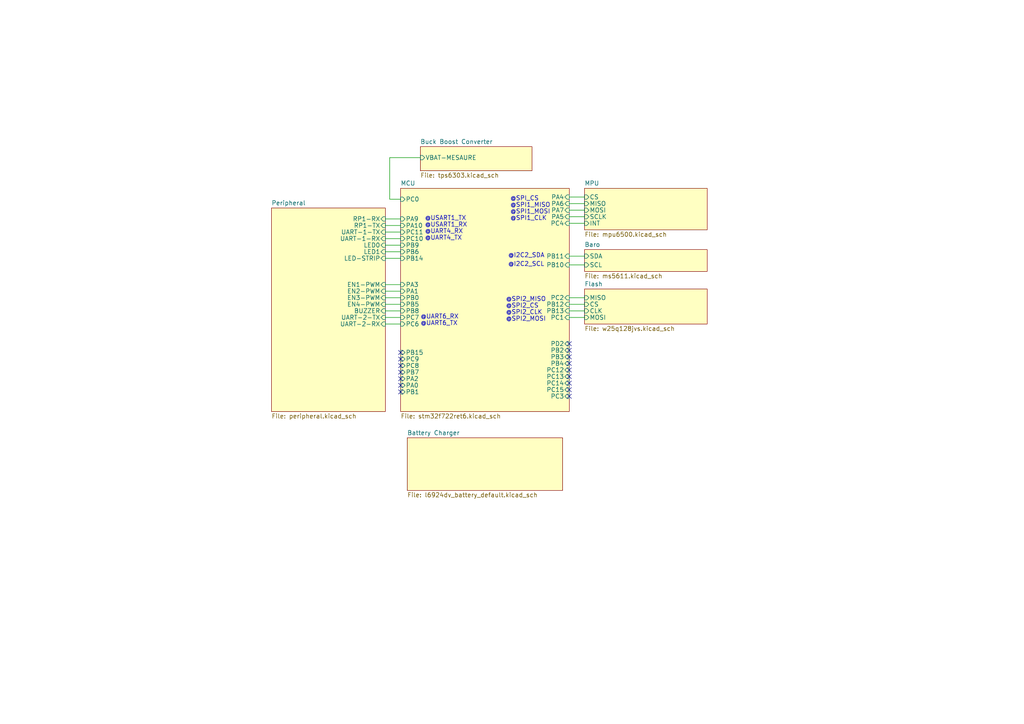
<source format=kicad_sch>
(kicad_sch
	(version 20231120)
	(generator "eeschema")
	(generator_version "8.0")
	(uuid "8477d805-2b12-421d-88d5-bd98c42931ed")
	(paper "A4")
	(title_block
		(title "MicroFlightController")
		(rev "v1.0.0")
		(company "None")
		(comment 1 "Author: Turgay Hopal")
	)
	(lib_symbols)
	(no_connect
		(at 165.1 113.03)
		(uuid "250bceb5-25ee-4e80-80fa-93dfe842947b")
	)
	(no_connect
		(at 116.205 104.14)
		(uuid "2e189ee5-7c1c-4c35-9a32-5b16467f2f2d")
	)
	(no_connect
		(at 165.1 114.935)
		(uuid "3b88b151-af01-461e-9a8f-e4b302ecd1aa")
	)
	(no_connect
		(at 165.1 107.315)
		(uuid "3c79e465-0201-41b2-87a2-be0835c2711b")
	)
	(no_connect
		(at 165.1 111.125)
		(uuid "51e09254-c26a-4e7a-903c-f6f35a250983")
	)
	(no_connect
		(at 116.205 111.76)
		(uuid "5fd2aa8f-f7fd-4b9b-bc76-dcab3092abb3")
	)
	(no_connect
		(at 165.1 109.22)
		(uuid "604d42a3-c06c-4e18-a777-97dabb9787b7")
	)
	(no_connect
		(at 165.1 105.41)
		(uuid "63a63069-b53d-413f-a712-699250924d90")
	)
	(no_connect
		(at 165.1 103.505)
		(uuid "6612105e-653f-4a8a-af6b-0c17e3427832")
	)
	(no_connect
		(at 116.205 107.95)
		(uuid "73c9b943-b3c4-43ef-af1b-f45b9369898a")
	)
	(no_connect
		(at 165.1 101.6)
		(uuid "7ea2e7e3-5d8a-4db0-96a5-bfc4a2c57569")
	)
	(no_connect
		(at 116.205 113.665)
		(uuid "9d7a98df-0483-4f51-b7b9-5e6a8b4e1ed3")
	)
	(no_connect
		(at 116.205 109.855)
		(uuid "a684bb79-bd39-45c4-95c2-b80d7ed6419e")
	)
	(no_connect
		(at 116.205 102.235)
		(uuid "cbd4d001-f2f9-4fe0-9acb-1d144f0747d2")
	)
	(no_connect
		(at 116.205 106.045)
		(uuid "d8a34894-31c9-447f-a7b0-20fdee36b7e8")
	)
	(no_connect
		(at 165.1 99.695)
		(uuid "d948ec50-8da7-47aa-b96e-071cc31cd0a3")
	)
	(wire
		(pts
			(xy 121.92 45.72) (xy 113.03 45.72)
		)
		(stroke
			(width 0)
			(type default)
		)
		(uuid "070c408b-1182-4f2d-9ab3-a16054f57cdb")
	)
	(wire
		(pts
			(xy 165.1 74.295) (xy 169.545 74.295)
		)
		(stroke
			(width 0)
			(type default)
		)
		(uuid "08fd9707-1e40-43c8-95d3-00e23139804c")
	)
	(wire
		(pts
			(xy 111.76 93.98) (xy 116.205 93.98)
		)
		(stroke
			(width 0)
			(type default)
		)
		(uuid "09bace28-6302-4188-bf66-9cdb67497244")
	)
	(wire
		(pts
			(xy 165.1 86.36) (xy 169.545 86.36)
		)
		(stroke
			(width 0)
			(type default)
		)
		(uuid "1d946032-56a6-4df1-ba51-aca9eec873bc")
	)
	(wire
		(pts
			(xy 111.76 84.455) (xy 116.205 84.455)
		)
		(stroke
			(width 0)
			(type default)
		)
		(uuid "20321365-ac2a-4ed5-81ba-382af1d44392")
	)
	(wire
		(pts
			(xy 165.1 64.77) (xy 169.545 64.77)
		)
		(stroke
			(width 0)
			(type default)
		)
		(uuid "24d6f2a7-5c3e-4701-8d1c-2b8e999c6b52")
	)
	(wire
		(pts
			(xy 165.1 59.055) (xy 169.545 59.055)
		)
		(stroke
			(width 0)
			(type default)
		)
		(uuid "283152d2-e65a-44d9-b0f1-e3600c238ac6")
	)
	(wire
		(pts
			(xy 111.76 65.405) (xy 116.205 65.405)
		)
		(stroke
			(width 0)
			(type default)
		)
		(uuid "3bef1cf9-3af4-40b7-92a6-568372429e89")
	)
	(wire
		(pts
			(xy 165.1 90.17) (xy 169.545 90.17)
		)
		(stroke
			(width 0)
			(type default)
		)
		(uuid "59edc73a-6141-4741-b631-95c30381199b")
	)
	(wire
		(pts
			(xy 165.1 92.075) (xy 169.545 92.075)
		)
		(stroke
			(width 0)
			(type default)
		)
		(uuid "6563ce75-c701-43a0-b486-1ceec36f7a9f")
	)
	(wire
		(pts
			(xy 111.76 69.215) (xy 116.205 69.215)
		)
		(stroke
			(width 0)
			(type default)
		)
		(uuid "6a7b59c9-fd3f-4cc6-8146-149726463579")
	)
	(wire
		(pts
			(xy 165.1 62.865) (xy 169.545 62.865)
		)
		(stroke
			(width 0)
			(type default)
		)
		(uuid "6ebfc190-9f13-43d2-86a8-f8a1762a5f42")
	)
	(wire
		(pts
			(xy 111.76 67.31) (xy 116.205 67.31)
		)
		(stroke
			(width 0)
			(type default)
		)
		(uuid "777f8668-ed8d-40b6-99d6-45c87b7c90ed")
	)
	(wire
		(pts
			(xy 113.03 57.785) (xy 116.205 57.785)
		)
		(stroke
			(width 0)
			(type default)
		)
		(uuid "78a3fab2-ae5f-4884-a36a-746c7ce379c9")
	)
	(wire
		(pts
			(xy 165.1 76.835) (xy 169.545 76.835)
		)
		(stroke
			(width 0)
			(type default)
		)
		(uuid "7e7a741f-3471-4bb5-9644-4f670ee7d3bd")
	)
	(wire
		(pts
			(xy 111.76 88.265) (xy 116.205 88.265)
		)
		(stroke
			(width 0)
			(type default)
		)
		(uuid "9156af52-b78a-4edd-98e9-ec0fd5a0b64c")
	)
	(wire
		(pts
			(xy 165.1 88.265) (xy 169.545 88.265)
		)
		(stroke
			(width 0)
			(type default)
		)
		(uuid "99692e02-7899-4bf1-99ca-d5ed6f93c50c")
	)
	(wire
		(pts
			(xy 111.76 82.55) (xy 116.205 82.55)
		)
		(stroke
			(width 0)
			(type default)
		)
		(uuid "b249ce2a-0172-412e-9147-413a0c4ef866")
	)
	(wire
		(pts
			(xy 113.03 45.72) (xy 113.03 57.785)
		)
		(stroke
			(width 0)
			(type default)
		)
		(uuid "c017220c-4c50-43d1-929b-8fb4ceaa6fe9")
	)
	(wire
		(pts
			(xy 111.76 73.025) (xy 116.205 73.025)
		)
		(stroke
			(width 0)
			(type default)
		)
		(uuid "c3d1701c-d301-47b4-873c-76bda555416a")
	)
	(wire
		(pts
			(xy 111.76 74.93) (xy 116.205 74.93)
		)
		(stroke
			(width 0)
			(type default)
		)
		(uuid "c3fda334-dc53-4274-9976-cae1842f8fc1")
	)
	(wire
		(pts
			(xy 165.1 57.15) (xy 169.545 57.15)
		)
		(stroke
			(width 0)
			(type default)
		)
		(uuid "cf369072-4119-40b9-973d-12261044138e")
	)
	(wire
		(pts
			(xy 111.76 92.075) (xy 116.205 92.075)
		)
		(stroke
			(width 0)
			(type default)
		)
		(uuid "d2d1d765-3d03-4a29-9fb0-dfc526d22665")
	)
	(wire
		(pts
			(xy 111.76 71.12) (xy 116.205 71.12)
		)
		(stroke
			(width 0)
			(type default)
		)
		(uuid "db227f63-ed3d-48d5-9fa1-cbdf736d899d")
	)
	(wire
		(pts
			(xy 111.76 90.17) (xy 116.205 90.17)
		)
		(stroke
			(width 0)
			(type default)
		)
		(uuid "e14e634f-8919-4f6f-b5f1-f9f5abba1e37")
	)
	(wire
		(pts
			(xy 111.76 86.36) (xy 116.205 86.36)
		)
		(stroke
			(width 0)
			(type default)
		)
		(uuid "e6431336-f2a4-4c95-be8c-ad640c32d2bb")
	)
	(wire
		(pts
			(xy 111.76 63.5) (xy 116.205 63.5)
		)
		(stroke
			(width 0)
			(type default)
		)
		(uuid "eb322a0b-bc94-4deb-a41f-1751b14e2dd3")
	)
	(wire
		(pts
			(xy 165.1 60.96) (xy 169.545 60.96)
		)
		(stroke
			(width 0)
			(type default)
		)
		(uuid "f3ff33af-e57f-48db-88de-6c8a28f5acc0")
	)
	(text "@UART4_RX"
		(exclude_from_sim no)
		(at 123.19 67.945 0)
		(effects
			(font
				(size 1.27 1.27)
			)
			(justify left bottom)
		)
		(uuid "142b0c6d-6a51-407a-ab58-d6a5de2b0cbd")
	)
	(text "@SPI2_MISO"
		(exclude_from_sim no)
		(at 146.685 87.63 0)
		(effects
			(font
				(size 1.27 1.27)
			)
			(justify left bottom)
		)
		(uuid "44410ce5-b424-46aa-93c0-9ab40fb6e86d")
	)
	(text "@I2C2_SDA"
		(exclude_from_sim no)
		(at 147.32 74.93 0)
		(effects
			(font
				(size 1.27 1.27)
			)
			(justify left bottom)
		)
		(uuid "4ebfb988-3cbb-4225-b6df-02f7317f0c3a")
	)
	(text "@SPI1_MOSI"
		(exclude_from_sim no)
		(at 147.955 62.23 0)
		(effects
			(font
				(size 1.27 1.27)
			)
			(justify left bottom)
		)
		(uuid "510db0b1-bca7-4f2e-a70f-2894db805614")
	)
	(text "@UART6_RX"
		(exclude_from_sim no)
		(at 121.92 92.71 0)
		(effects
			(font
				(size 1.27 1.27)
			)
			(justify left bottom)
		)
		(uuid "591c78a6-856a-4718-b1bd-1d20c7abdb24")
	)
	(text "@SPI_CS"
		(exclude_from_sim no)
		(at 147.955 58.42 0)
		(effects
			(font
				(size 1.27 1.27)
			)
			(justify left bottom)
		)
		(uuid "5d30fc4f-4179-4339-acc0-8941cca308e9")
	)
	(text "@I2C2_SCL"
		(exclude_from_sim no)
		(at 147.32 77.47 0)
		(effects
			(font
				(size 1.27 1.27)
			)
			(justify left bottom)
		)
		(uuid "60f079cd-4e09-4e5d-909a-c0887ae6c0ec")
	)
	(text "@UART4_TX"
		(exclude_from_sim no)
		(at 123.19 69.85 0)
		(effects
			(font
				(size 1.27 1.27)
			)
			(justify left bottom)
		)
		(uuid "748ef0ca-4626-4fea-b0ba-c4cdbacdaf8b")
	)
	(text "@SPI2_CS\n"
		(exclude_from_sim no)
		(at 146.685 89.535 0)
		(effects
			(font
				(size 1.27 1.27)
			)
			(justify left bottom)
		)
		(uuid "907b9de2-5012-4d92-b965-07a75b186712")
	)
	(text "@USART1_RX"
		(exclude_from_sim no)
		(at 123.19 66.04 0)
		(effects
			(font
				(size 1.27 1.27)
			)
			(justify left bottom)
		)
		(uuid "914d6093-4036-4e5e-a361-4c13ea04b0d4")
	)
	(text "@USART1_TX"
		(exclude_from_sim no)
		(at 123.19 64.135 0)
		(effects
			(font
				(size 1.27 1.27)
			)
			(justify left bottom)
		)
		(uuid "9845a3f4-60ee-4fd9-90aa-36ee6e355c5c")
	)
	(text "@SPI2_MOSI"
		(exclude_from_sim no)
		(at 146.685 93.345 0)
		(effects
			(font
				(size 1.27 1.27)
			)
			(justify left bottom)
		)
		(uuid "a7cbacaf-0ea2-47a5-8d22-d3848871f999")
	)
	(text "@UART6_TX"
		(exclude_from_sim no)
		(at 121.92 94.615 0)
		(effects
			(font
				(size 1.27 1.27)
			)
			(justify left bottom)
		)
		(uuid "a8371d79-fd7e-4ef9-9a86-63948af11ea6")
	)
	(text "@SPI1_CLK\n"
		(exclude_from_sim no)
		(at 147.955 64.135 0)
		(effects
			(font
				(size 1.27 1.27)
			)
			(justify left bottom)
		)
		(uuid "aff32045-4659-4e1d-888b-3ba1c6844179")
	)
	(text "@SPI2_CLK"
		(exclude_from_sim no)
		(at 146.685 91.44 0)
		(effects
			(font
				(size 1.27 1.27)
			)
			(justify left bottom)
		)
		(uuid "d8b14799-17ea-41a1-bc24-88e5f0b24bc2")
	)
	(text "@SPI1_MISO"
		(exclude_from_sim no)
		(at 147.955 60.325 0)
		(effects
			(font
				(size 1.27 1.27)
			)
			(justify left bottom)
		)
		(uuid "dcf7fdb8-7e8d-4c89-b563-95c7606d857b")
	)
	(sheet
		(at 169.545 72.39)
		(size 35.56 6.35)
		(fields_autoplaced yes)
		(stroke
			(width 0.1524)
			(type solid)
		)
		(fill
			(color 255 255 194 1.0000)
		)
		(uuid "472815bc-2eb8-4298-824c-ef0311f2e1b1")
		(property "Sheetname" "Baro"
			(at 169.545 71.6784 0)
			(effects
				(font
					(size 1.27 1.27)
				)
				(justify left bottom)
			)
		)
		(property "Sheetfile" "ms5611.kicad_sch"
			(at 169.545 79.3246 0)
			(effects
				(font
					(size 1.27 1.27)
				)
				(justify left top)
			)
		)
		(pin "SDA" input
			(at 169.545 74.295 180)
			(effects
				(font
					(size 1.27 1.27)
				)
				(justify left)
			)
			(uuid "94eb54d0-7abb-4fdd-8bba-d0bbc45b46a8")
		)
		(pin "SCL" input
			(at 169.545 76.835 180)
			(effects
				(font
					(size 1.27 1.27)
				)
				(justify left)
			)
			(uuid "f471694f-1098-42ae-b3f5-79aaa414253a")
		)
		(instances
			(project "MicroFlightController-v2"
				(path "/8477d805-2b12-421d-88d5-bd98c42931ed"
					(page "4")
				)
			)
		)
	)
	(sheet
		(at 118.11 127)
		(size 45.085 15.24)
		(fields_autoplaced yes)
		(stroke
			(width 0.1524)
			(type solid)
		)
		(fill
			(color 255 255 194 1.0000)
		)
		(uuid "65da59a4-8d87-422b-9ca6-920051dae68c")
		(property "Sheetname" "Battery Charger"
			(at 118.11 126.2884 0)
			(effects
				(font
					(size 1.27 1.27)
				)
				(justify left bottom)
			)
		)
		(property "Sheetfile" "l6924dv_battery_default.kicad_sch"
			(at 118.11 142.8246 0)
			(effects
				(font
					(size 1.27 1.27)
				)
				(justify left top)
			)
		)
		(instances
			(project "MicroFlightController-v2"
				(path "/8477d805-2b12-421d-88d5-bd98c42931ed"
					(page "7")
				)
			)
		)
	)
	(sheet
		(at 78.74 60.325)
		(size 33.02 59.055)
		(fields_autoplaced yes)
		(stroke
			(width 0.1524)
			(type solid)
		)
		(fill
			(color 255 255 194 1.0000)
		)
		(uuid "722e7ad1-1fbc-4025-847a-a09dad5598dd")
		(property "Sheetname" "Peripheral"
			(at 78.74 59.6134 0)
			(effects
				(font
					(size 1.27 1.27)
				)
				(justify left bottom)
			)
		)
		(property "Sheetfile" "peripheral.kicad_sch"
			(at 78.74 119.9646 0)
			(effects
				(font
					(size 1.27 1.27)
				)
				(justify left top)
			)
		)
		(pin "BUZZER" input
			(at 111.76 90.17 0)
			(effects
				(font
					(size 1.27 1.27)
				)
				(justify right)
			)
			(uuid "8e7cacba-3d53-41c0-a082-6486dc9b40fb")
		)
		(pin "LED0" input
			(at 111.76 71.12 0)
			(effects
				(font
					(size 1.27 1.27)
				)
				(justify right)
			)
			(uuid "0c05c6ea-9335-4b22-bed8-48543ecd521d")
		)
		(pin "LED1" input
			(at 111.76 73.025 0)
			(effects
				(font
					(size 1.27 1.27)
				)
				(justify right)
			)
			(uuid "ea4ca0f0-431f-4946-917d-78ff3ca9e6c1")
		)
		(pin "EN1-PWM" input
			(at 111.76 82.55 0)
			(effects
				(font
					(size 1.27 1.27)
				)
				(justify right)
			)
			(uuid "78f2ecd4-1dd3-40de-89d6-36565da99bf0")
		)
		(pin "EN2-PWM" input
			(at 111.76 84.455 0)
			(effects
				(font
					(size 1.27 1.27)
				)
				(justify right)
			)
			(uuid "ee3ece8e-466a-4078-ba36-ec79e9174d00")
		)
		(pin "RP1-RX" input
			(at 111.76 63.5 0)
			(effects
				(font
					(size 1.27 1.27)
				)
				(justify right)
			)
			(uuid "640b2c21-7a7c-4295-8ed1-f8fdaebd8b17")
		)
		(pin "RP1-TX" input
			(at 111.76 65.405 0)
			(effects
				(font
					(size 1.27 1.27)
				)
				(justify right)
			)
			(uuid "bc808a09-88b5-4791-8340-e154ec4227ac")
		)
		(pin "EN3-PWM" input
			(at 111.76 86.36 0)
			(effects
				(font
					(size 1.27 1.27)
				)
				(justify right)
			)
			(uuid "236b1dbb-cfd1-4c64-9ab8-55b0574d9cda")
		)
		(pin "EN4-PWM" input
			(at 111.76 88.265 0)
			(effects
				(font
					(size 1.27 1.27)
				)
				(justify right)
			)
			(uuid "f1628074-48da-49aa-838a-45e8610851ab")
		)
		(pin "UART-1-TX" input
			(at 111.76 67.31 0)
			(effects
				(font
					(size 1.27 1.27)
				)
				(justify right)
			)
			(uuid "8fc64fe8-601e-4531-8e5e-bf7c564c030e")
		)
		(pin "UART-1-RX" input
			(at 111.76 69.215 0)
			(effects
				(font
					(size 1.27 1.27)
				)
				(justify right)
			)
			(uuid "79e4ff4d-8eb7-44bf-bf91-776d0920ff4d")
		)
		(pin "UART-2-TX" input
			(at 111.76 92.075 0)
			(effects
				(font
					(size 1.27 1.27)
				)
				(justify right)
			)
			(uuid "d0296133-fdb2-449e-88f4-c10103b91460")
		)
		(pin "UART-2-RX" input
			(at 111.76 93.98 0)
			(effects
				(font
					(size 1.27 1.27)
				)
				(justify right)
			)
			(uuid "b6bcfc0a-99d3-465a-b099-da50233f9b56")
		)
		(pin "LED-STRIP" input
			(at 111.76 74.93 0)
			(effects
				(font
					(size 1.27 1.27)
				)
				(justify right)
			)
			(uuid "9d60503e-b117-4ed8-a6a5-d6cc95cd7046")
		)
		(instances
			(project "MicroFlightController-v2"
				(path "/8477d805-2b12-421d-88d5-bd98c42931ed"
					(page "8")
				)
			)
		)
	)
	(sheet
		(at 116.205 54.61)
		(size 48.895 64.77)
		(fields_autoplaced yes)
		(stroke
			(width 0.1524)
			(type solid)
		)
		(fill
			(color 255 255 194 1.0000)
		)
		(uuid "77bad3e8-b641-4ee2-b38f-e1b79260057f")
		(property "Sheetname" "MCU"
			(at 116.205 53.8984 0)
			(effects
				(font
					(size 1.27 1.27)
				)
				(justify left bottom)
			)
		)
		(property "Sheetfile" "stm32f722ret6.kicad_sch"
			(at 116.205 119.9646 0)
			(effects
				(font
					(size 1.27 1.27)
				)
				(justify left top)
			)
		)
		(pin "PA0" input
			(at 116.205 111.76 180)
			(effects
				(font
					(size 1.27 1.27)
				)
				(justify left)
			)
			(uuid "32a4f4c0-681b-486b-b931-0156b197a057")
		)
		(pin "PB9" input
			(at 116.205 71.12 180)
			(effects
				(font
					(size 1.27 1.27)
				)
				(justify left)
			)
			(uuid "75251aa6-2572-4c45-aa34-bd04ea258f2a")
		)
		(pin "PB7" input
			(at 116.205 107.95 180)
			(effects
				(font
					(size 1.27 1.27)
				)
				(justify left)
			)
			(uuid "dfdee6c1-bd85-41bb-a21a-6dee922adec9")
		)
		(pin "PB8" input
			(at 116.205 90.17 180)
			(effects
				(font
					(size 1.27 1.27)
				)
				(justify left)
			)
			(uuid "20e40282-1dea-4784-87a6-ed0dd0b92d81")
		)
		(pin "PB10" input
			(at 165.1 76.835 0)
			(effects
				(font
					(size 1.27 1.27)
				)
				(justify right)
			)
			(uuid "0d7344b6-78a5-46fc-913a-dca615f00ae0")
		)
		(pin "PB14" input
			(at 116.205 74.93 180)
			(effects
				(font
					(size 1.27 1.27)
				)
				(justify left)
			)
			(uuid "a59b0325-5f52-408a-bec0-f0c60a9318c0")
		)
		(pin "PB11" input
			(at 165.1 74.295 0)
			(effects
				(font
					(size 1.27 1.27)
				)
				(justify right)
			)
			(uuid "e45d052c-779a-4b01-b239-73afdfa5fac5")
		)
		(pin "PB12" input
			(at 165.1 88.265 0)
			(effects
				(font
					(size 1.27 1.27)
				)
				(justify right)
			)
			(uuid "cf3b5110-f49d-49d8-8599-c62400029c10")
		)
		(pin "PB13" input
			(at 165.1 90.17 0)
			(effects
				(font
					(size 1.27 1.27)
				)
				(justify right)
			)
			(uuid "55ae1aac-20cd-4398-a7d1-62cbba87244b")
		)
		(pin "PB15" input
			(at 116.205 102.235 180)
			(effects
				(font
					(size 1.27 1.27)
				)
				(justify left)
			)
			(uuid "df259e6b-bd87-4cc3-a4d4-0efd0eeec958")
		)
		(pin "PC11" input
			(at 116.205 67.31 180)
			(effects
				(font
					(size 1.27 1.27)
				)
				(justify left)
			)
			(uuid "0bbe750f-10c3-43a5-9078-535316c3147a")
		)
		(pin "PC12" input
			(at 165.1 107.315 0)
			(effects
				(font
					(size 1.27 1.27)
				)
				(justify right)
			)
			(uuid "31ffa540-865c-4586-9f58-ddcdfa99ddae")
		)
		(pin "PC13" input
			(at 165.1 109.22 0)
			(effects
				(font
					(size 1.27 1.27)
				)
				(justify right)
			)
			(uuid "a9174335-90d0-4570-8e83-e6483ec02d3d")
		)
		(pin "PC14" input
			(at 165.1 111.125 0)
			(effects
				(font
					(size 1.27 1.27)
				)
				(justify right)
			)
			(uuid "0fc7fe83-80fa-4271-ba2a-0c1f9669a660")
		)
		(pin "PC15" input
			(at 165.1 113.03 0)
			(effects
				(font
					(size 1.27 1.27)
				)
				(justify right)
			)
			(uuid "e9eba9c2-18b2-4fa4-a69b-48f86b8cd5ca")
		)
		(pin "PC4" input
			(at 165.1 64.77 0)
			(effects
				(font
					(size 1.27 1.27)
				)
				(justify right)
			)
			(uuid "fd9f3731-25e2-4075-a7fc-71ad0bf3b553")
		)
		(pin "PC7" input
			(at 116.205 92.075 180)
			(effects
				(font
					(size 1.27 1.27)
				)
				(justify left)
			)
			(uuid "136f5d9a-679b-4a93-8c1b-080973c5bcc1")
		)
		(pin "PC6" input
			(at 116.205 93.98 180)
			(effects
				(font
					(size 1.27 1.27)
				)
				(justify left)
			)
			(uuid "788ea9b3-0b83-4eff-a610-8f51203e5aa3")
		)
		(pin "PC8" input
			(at 116.205 106.045 180)
			(effects
				(font
					(size 1.27 1.27)
				)
				(justify left)
			)
			(uuid "8ea09171-df84-44ba-9bf6-477521f3cb3f")
		)
		(pin "PC9" input
			(at 116.205 104.14 180)
			(effects
				(font
					(size 1.27 1.27)
				)
				(justify left)
			)
			(uuid "0f6797c2-12fb-4988-b346-508cc27f1d0f")
		)
		(pin "PC10" input
			(at 116.205 69.215 180)
			(effects
				(font
					(size 1.27 1.27)
				)
				(justify left)
			)
			(uuid "3cfa526a-13fd-4cd6-9418-6ce5cbe9700b")
		)
		(pin "PC1" input
			(at 165.1 92.075 0)
			(effects
				(font
					(size 1.27 1.27)
				)
				(justify right)
			)
			(uuid "d90f7445-4be9-475b-99a8-b17a566eb533")
		)
		(pin "PC2" input
			(at 165.1 86.36 0)
			(effects
				(font
					(size 1.27 1.27)
				)
				(justify right)
			)
			(uuid "317acb58-2158-4a9a-b05d-863f895e5007")
		)
		(pin "PC3" input
			(at 165.1 114.935 0)
			(effects
				(font
					(size 1.27 1.27)
				)
				(justify right)
			)
			(uuid "db1d867b-d673-4ef8-b5e4-fc616f4b76fd")
		)
		(pin "PB0" input
			(at 116.205 86.36 180)
			(effects
				(font
					(size 1.27 1.27)
				)
				(justify left)
			)
			(uuid "7552ef1a-19d7-4f8d-8c9f-ed4b80b92268")
		)
		(pin "PB1" input
			(at 116.205 113.665 180)
			(effects
				(font
					(size 1.27 1.27)
				)
				(justify left)
			)
			(uuid "d00b0593-b8e7-48d9-a0db-20c9fa7eb205")
		)
		(pin "PB2" input
			(at 165.1 101.6 0)
			(effects
				(font
					(size 1.27 1.27)
				)
				(justify right)
			)
			(uuid "d3e42587-2a2b-4d14-b302-6330e6a3a4d0")
		)
		(pin "PB3" input
			(at 165.1 103.505 0)
			(effects
				(font
					(size 1.27 1.27)
				)
				(justify right)
			)
			(uuid "dc0adde0-f53e-48e6-b735-7b9b66583aef")
		)
		(pin "PB4" input
			(at 165.1 105.41 0)
			(effects
				(font
					(size 1.27 1.27)
				)
				(justify right)
			)
			(uuid "e12592f4-abeb-468d-8520-fe86267fca29")
		)
		(pin "PB5" input
			(at 116.205 88.265 180)
			(effects
				(font
					(size 1.27 1.27)
				)
				(justify left)
			)
			(uuid "a04660ab-7dd1-4ac5-8b5a-f01e8157aad8")
		)
		(pin "PB6" input
			(at 116.205 73.025 180)
			(effects
				(font
					(size 1.27 1.27)
				)
				(justify left)
			)
			(uuid "e473d842-85fe-47af-bb2c-9aa297ca9f14")
		)
		(pin "PA1" input
			(at 116.205 84.455 180)
			(effects
				(font
					(size 1.27 1.27)
				)
				(justify left)
			)
			(uuid "9c4a346c-3c48-4493-b8ed-d7c645f6d25f")
		)
		(pin "PA2" input
			(at 116.205 109.855 180)
			(effects
				(font
					(size 1.27 1.27)
				)
				(justify left)
			)
			(uuid "a1c97bb6-5514-4497-9d9f-c3b6b2e59ccd")
		)
		(pin "PA3" input
			(at 116.205 82.55 180)
			(effects
				(font
					(size 1.27 1.27)
				)
				(justify left)
			)
			(uuid "c89ee7cd-448d-4357-8fe4-09eb12d743c9")
		)
		(pin "PA4" input
			(at 165.1 57.15 0)
			(effects
				(font
					(size 1.27 1.27)
				)
				(justify right)
			)
			(uuid "1f875558-4907-4770-a4e0-148b2eef1759")
		)
		(pin "PA5" input
			(at 165.1 62.865 0)
			(effects
				(font
					(size 1.27 1.27)
				)
				(justify right)
			)
			(uuid "861d185e-1c89-4b31-acc7-3a561f4f5f42")
		)
		(pin "PA6" input
			(at 165.1 59.055 0)
			(effects
				(font
					(size 1.27 1.27)
				)
				(justify right)
			)
			(uuid "04cb367c-bc33-4b81-be83-02859d0a488d")
		)
		(pin "PA7" input
			(at 165.1 60.96 0)
			(effects
				(font
					(size 1.27 1.27)
				)
				(justify right)
			)
			(uuid "2e5557f3-898a-4fce-9438-aa82b19d88c4")
		)
		(pin "PA9" input
			(at 116.205 63.5 180)
			(effects
				(font
					(size 1.27 1.27)
				)
				(justify left)
			)
			(uuid "98a92511-b2f6-45c6-8670-7eec88d9c91d")
		)
		(pin "PA10" input
			(at 116.205 65.405 180)
			(effects
				(font
					(size 1.27 1.27)
				)
				(justify left)
			)
			(uuid "336f9d92-5445-4eda-9a92-214bcab35968")
		)
		(pin "PD2" input
			(at 165.1 99.695 0)
			(effects
				(font
					(size 1.27 1.27)
				)
				(justify right)
			)
			(uuid "183f1439-3ec8-4547-a1dd-c3ee4f8c741f")
		)
		(pin "PC0" input
			(at 116.205 57.785 180)
			(effects
				(font
					(size 1.27 1.27)
				)
				(justify left)
			)
			(uuid "bef86cc6-cc62-4b79-8a64-ee9f2b02ae26")
		)
		(instances
			(project "MicroFlightController-v2"
				(path "/8477d805-2b12-421d-88d5-bd98c42931ed"
					(page "2")
				)
			)
		)
	)
	(sheet
		(at 169.545 54.61)
		(size 35.56 12.065)
		(fields_autoplaced yes)
		(stroke
			(width 0.1524)
			(type solid)
		)
		(fill
			(color 255 255 194 1.0000)
		)
		(uuid "a152e135-9488-43d6-b994-60527be79212")
		(property "Sheetname" "MPU"
			(at 169.545 53.8984 0)
			(effects
				(font
					(size 1.27 1.27)
				)
				(justify left bottom)
			)
		)
		(property "Sheetfile" "mpu6500.kicad_sch"
			(at 169.545 67.2596 0)
			(effects
				(font
					(size 1.27 1.27)
				)
				(justify left top)
			)
		)
		(pin "MISO" input
			(at 169.545 59.055 180)
			(effects
				(font
					(size 1.27 1.27)
				)
				(justify left)
			)
			(uuid "e0fc550e-be5b-48d1-ac56-59b9101765df")
		)
		(pin "MOSI" input
			(at 169.545 60.96 180)
			(effects
				(font
					(size 1.27 1.27)
				)
				(justify left)
			)
			(uuid "39d3f9d3-b42b-4eca-8f26-5a26700a6c5d")
		)
		(pin "SCLK" input
			(at 169.545 62.865 180)
			(effects
				(font
					(size 1.27 1.27)
				)
				(justify left)
			)
			(uuid "5db17808-292d-4dfb-828f-3d611a606b4c")
		)
		(pin "CS" input
			(at 169.545 57.15 180)
			(effects
				(font
					(size 1.27 1.27)
				)
				(justify left)
			)
			(uuid "4e59884e-d03d-4711-9e7f-6c37c204fdfe")
		)
		(pin "INT" input
			(at 169.545 64.77 180)
			(effects
				(font
					(size 1.27 1.27)
				)
				(justify left)
			)
			(uuid "9d964df5-729d-4822-a866-5ce0c2e86dc2")
		)
		(instances
			(project "MicroFlightController-v2"
				(path "/8477d805-2b12-421d-88d5-bd98c42931ed"
					(page "3")
				)
			)
		)
	)
	(sheet
		(at 121.92 42.545)
		(size 32.385 6.985)
		(fields_autoplaced yes)
		(stroke
			(width 0.1524)
			(type solid)
		)
		(fill
			(color 255 255 194 1.0000)
		)
		(uuid "e9fc8e67-9b0f-4dec-9c6d-d00100c0fddd")
		(property "Sheetname" "Buck Boost Converter"
			(at 121.92 41.8334 0)
			(effects
				(font
					(size 1.27 1.27)
				)
				(justify left bottom)
			)
		)
		(property "Sheetfile" "tps6303.kicad_sch"
			(at 121.92 50.1146 0)
			(effects
				(font
					(size 1.27 1.27)
				)
				(justify left top)
			)
		)
		(pin "VBAT-MESAURE" input
			(at 121.92 45.72 180)
			(effects
				(font
					(size 1.27 1.27)
				)
				(justify left)
			)
			(uuid "ae03abf9-4cb1-4440-9802-a8b9fd4ef16b")
		)
		(instances
			(project "MicroFlightController-v2"
				(path "/8477d805-2b12-421d-88d5-bd98c42931ed"
					(page "6")
				)
			)
		)
	)
	(sheet
		(at 169.545 83.82)
		(size 35.56 10.16)
		(fields_autoplaced yes)
		(stroke
			(width 0.1524)
			(type solid)
		)
		(fill
			(color 255 255 194 1.0000)
		)
		(uuid "eda98f99-ec21-47d4-bac0-a0e32759e410")
		(property "Sheetname" "Flash"
			(at 169.545 83.1084 0)
			(effects
				(font
					(size 1.27 1.27)
				)
				(justify left bottom)
			)
		)
		(property "Sheetfile" "w25q128jvs.kicad_sch"
			(at 169.545 94.5646 0)
			(effects
				(font
					(size 1.27 1.27)
				)
				(justify left top)
			)
		)
		(pin "CLK" input
			(at 169.545 90.17 180)
			(effects
				(font
					(size 1.27 1.27)
				)
				(justify left)
			)
			(uuid "1e0f6a76-a44a-41c7-834b-47eacb4f64ea")
		)
		(pin "CS" input
			(at 169.545 88.265 180)
			(effects
				(font
					(size 1.27 1.27)
				)
				(justify left)
			)
			(uuid "822eb684-c1f7-4ab5-a13d-676b01535756")
		)
		(pin "MOSI" input
			(at 169.545 92.075 180)
			(effects
				(font
					(size 1.27 1.27)
				)
				(justify left)
			)
			(uuid "cf7f34e0-9d64-4f8f-9371-10fee98d8aeb")
		)
		(pin "MISO" input
			(at 169.545 86.36 180)
			(effects
				(font
					(size 1.27 1.27)
				)
				(justify left)
			)
			(uuid "a818ba8e-36b5-4d4e-a413-a7eb27147cb0")
		)
		(instances
			(project "MicroFlightController-v2"
				(path "/8477d805-2b12-421d-88d5-bd98c42931ed"
					(page "5")
				)
			)
		)
	)
	(sheet_instances
		(path "/"
			(page "1")
		)
	)
)

</source>
